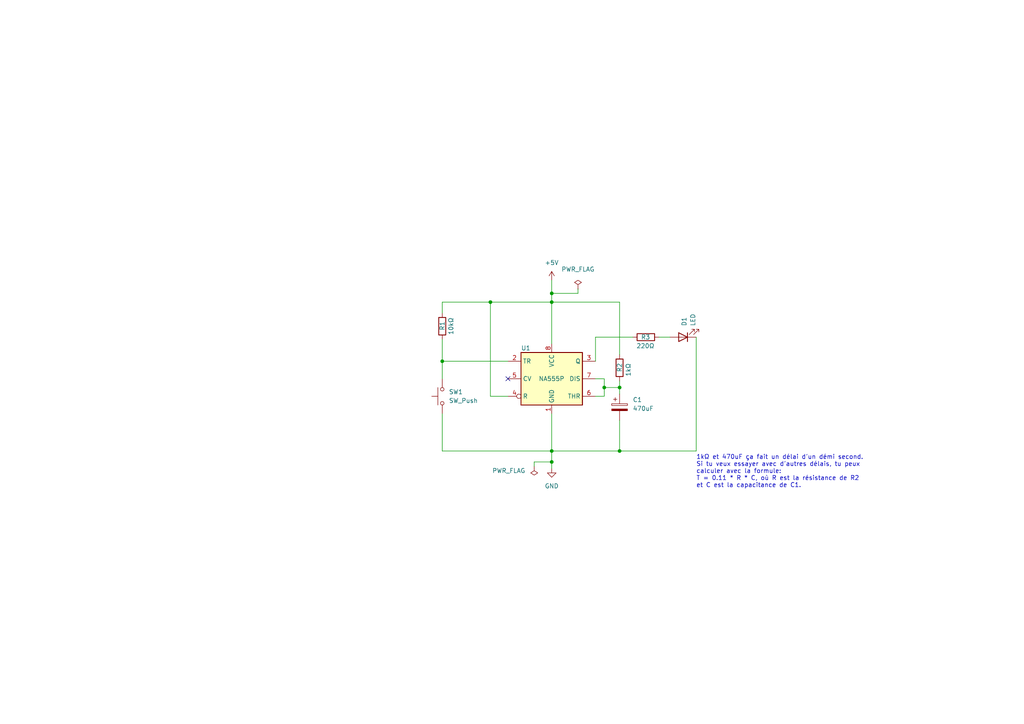
<source format=kicad_sch>
(kicad_sch (version 20211123) (generator eeschema)
  (paper "A4")
  (lib_symbols
    (symbol "Device:C_Polarized" (pin_numbers hide) (pin_names (offset 0.254))
      (property "Reference" "C" (at 0.635 2.54 0))
      (property "Value" "C_Polarized" (at 0.635 -2.54 0))
      (symbol "C_Polarized_0_1"
        (rectangle (start -2.286 0.508) (end 2.286 1.016))
        (polyline (pts (xy -1.778 2.286) (xy -0.762 2.286)))
        (polyline (pts (xy -1.27 2.794) (xy -1.27 1.778)))
        (rectangle (start 2.286 -0.508) (end -2.286 -1.016) (fill (type outline)))
      )
      (symbol "C_Polarized_1_1"
        (pin passive line (at 0 3.81 270) (length 2.794) (name "~") (number "1"))
        (pin passive line (at 0 -3.81 90) (length 2.794) (name "~") (number "2"))
      )
    )
    (symbol "Device:LED" (pin_numbers hide) (pin_names (offset 1.016) hide)
      (property "Reference" "D" (at 0 2.54 0))
      (property "Value" "LED" (at 0 -2.54 0))
      (symbol "LED_0_1"
        (polyline (pts (xy -1.27 -1.27) (xy -1.27 1.27)) (stroke (width 0.254)))
        (polyline (pts (xy -1.27 0) (xy 1.27 0)))
        (polyline (pts (xy 1.27 -1.27) (xy 1.27 1.27) (xy -1.27 0) (xy 1.27 -1.27)) (stroke (width 0.254)))
        (polyline (pts (xy -3.048 -0.762) (xy -4.572 -2.286) (xy -3.81 -2.286) (xy -4.572 -2.286) (xy -4.572 -1.524)))
        (polyline (pts (xy -1.778 -0.762) (xy -3.302 -2.286) (xy -2.54 -2.286) (xy -3.302 -2.286) (xy -3.302 -1.524)))
      )
      (symbol "LED_1_1"
        (pin passive line (at -3.81 0 0) (length 2.54) (name "K") (number "1"))
        (pin passive line (at 3.81 0 180) (length 2.54) (name "A") (number "2"))
      )
    )
    (symbol "Device:R" (pin_numbers hide) (pin_names (offset 0))
      (property "Reference" "R" (at 2.032 0 90))
      (property "Value" "R" (at 0 0 90))
      (symbol "R_0_1"
        (rectangle (start -1.016 -2.54) (end 1.016 2.54) (stroke (width 0.254)))
      )
      (symbol "R_1_1"
        (pin passive line (at 0 3.81 270) (length 1.27) (name "~") (number "1"))
        (pin passive line (at 0 -3.81 90) (length 1.27) (name "~") (number "2"))
      )
    )
    (symbol "Switch:SW_Push" (pin_numbers hide) (pin_names (offset 1.016) hide)
      (property "Reference" "SW" (at 1.27 2.54 0))
      (property "Value" "SW_Push" (at 0 -1.524 0))
      (symbol "SW_Push_0_1"
        (circle (center -2.032 0) (radius 0.508))
        (polyline (pts (xy 0 1.27) (xy 0 3.048)))
        (polyline (pts (xy 2.54 1.27) (xy -2.54 1.27)))
        (circle (center 2.032 0) (radius 0.508))
        (pin passive line (at -5.08 0 0) (length 2.54) (name "1") (number "1"))
        (pin passive line (at 5.08 0 180) (length 2.54) (name "2") (number "2"))
      )
    )
    (symbol "Timer:NA555P"
      (property "Reference" "U" (at -10.16 8.89 0))
      (property "Value" "NA555P" (at 2.54 8.89 0))
      (symbol "NA555P_0_0"
        (pin power_in line (at 0 -10.16 90) (length 2.54) (name "GND") (number "1"))
        (pin power_in line (at 0 10.16 270) (length 2.54) (name "VCC") (number "8"))
      )
      (symbol "NA555P_0_1"
        (rectangle (start -8.89 -7.62) (end 8.89 7.62) (stroke (width 0.254)) (fill (type background)))
        (rectangle (start -8.89 -7.62) (end 8.89 7.62) (stroke (width 0.254)) (fill (type background)))
      )
      (symbol "NA555P_1_1"
        (pin input line (at -12.7 5.08 0) (length 3.81) (name "TR") (number "2"))
        (pin output line (at 12.7 5.08 180) (length 3.81) (name "Q") (number "3"))
        (pin input inverted (at -12.7 -5.08 0) (length 3.81) (name "R") (number "4"))
        (pin input line (at -12.7 0 0) (length 3.81) (name "CV") (number "5"))
        (pin input line (at 12.7 -5.08 180) (length 3.81) (name "THR") (number "6"))
        (pin input line (at 12.7 0 180) (length 3.81) (name "DIS") (number "7"))
      )
    )
    (symbol "power:+5V" (power) (pin_names (offset 0))
      (property "Value" "+5V" (at 0 3.556 0))
      (symbol "+5V_0_1"
        (polyline (pts (xy -0.762 1.27) (xy 0 2.54)))
        (polyline (pts (xy 0 0) (xy 0 2.54)))
        (polyline (pts (xy 0 2.54) (xy 0.762 1.27)))
      )
      (symbol "+5V_1_1"
        (pin power_in line (at 0 0 90) (length 0) hide (name "+5V") (number "1"))
      )
    )
    (symbol "power:GND" (power) (pin_names (offset 0))
      (property "Value" "GND" (at 0 -3.81 0))
      (symbol "GND_0_1"
        (polyline (pts (xy 0 0) (xy 0 -1.27) (xy 1.27 -1.27) (xy 0 -2.54) (xy -1.27 -1.27) (xy 0 -1.27)))
      )
      (symbol "GND_1_1"
        (pin power_in line (at 0 0 270) (length 0) hide (name "GND") (number "1"))
      )
    )
    (symbol "power:PWR_FLAG" (power) (pin_numbers hide) (pin_names (offset 0) hide)
      (property "Value" "PWR_FLAG" (at 0 3.81 0))
      (symbol "PWR_FLAG_0_0"
        (pin power_out line (at 0 0 90) (length 0) (name "pwr") (number "1"))
      )
      (symbol "PWR_FLAG_0_1"
        (polyline (pts (xy 0 0) (xy 0 1.27) (xy -1.016 1.905) (xy 0 2.54) (xy 1.016 1.905) (xy 0 1.27)))
      )
    )
  )
  (junction (at 142.24 87.63))
  (junction (at 160.02 87.63))
  (junction (at 160.02 85.09))
  (junction (at 160.02 133.985))
  (junction (at 179.705 112.395))
  (junction (at 179.705 130.81))
  (junction (at 175.26 112.395))
  (junction (at 128.27 104.775))
  (junction (at 160.02 130.81))
  (no_connect (at 147.32 109.855))
  (wire (pts (xy 167.64 83.82) (xy 167.64 85.09)))
  (wire (pts (xy 128.27 104.775) (xy 147.32 104.775)))
  (wire (pts (xy 160.02 120.015) (xy 160.02 130.81)))
  (wire (pts (xy 128.27 87.63) (xy 128.27 90.805)))
  (wire (pts (xy 128.27 120.015) (xy 128.27 130.81)))
  (wire (pts (xy 142.24 87.63) (xy 160.02 87.63)))
  (wire (pts (xy 172.72 114.935) (xy 175.26 114.935)))
  (wire (pts (xy 154.94 135.255) (xy 154.94 133.985)))
  (wire (pts (xy 172.72 97.79) (xy 172.72 104.775)))
  (wire (pts (xy 175.26 109.855) (xy 175.26 112.395)))
  (wire (pts (xy 179.705 121.92) (xy 179.705 130.81)))
  (wire (pts (xy 179.705 102.87) (xy 179.705 87.63)))
  (wire (pts (xy 154.94 133.985) (xy 160.02 133.985)))
  (wire (pts (xy 160.02 130.81) (xy 179.705 130.81)))
  (wire (pts (xy 175.26 112.395) (xy 175.26 114.935)))
  (wire (pts (xy 160.02 85.09) (xy 167.64 85.09)))
  (wire (pts (xy 160.02 85.09) (xy 160.02 87.63)))
  (wire (pts (xy 160.02 133.985) (xy 160.02 135.89)))
  (wire (pts (xy 128.27 104.775) (xy 128.27 109.855)))
  (wire (pts (xy 183.515 97.79) (xy 172.72 97.79)))
  (wire (pts (xy 179.705 130.81) (xy 201.93 130.81)))
  (wire (pts (xy 179.705 110.49) (xy 179.705 112.395)))
  (wire (pts (xy 172.72 109.855) (xy 175.26 109.855)))
  (wire (pts (xy 160.02 87.63) (xy 179.705 87.63)))
  (wire (pts (xy 201.93 97.79) (xy 201.93 130.81)))
  (wire (pts (xy 191.135 97.79) (xy 194.31 97.79)))
  (wire (pts (xy 175.26 112.395) (xy 179.705 112.395)))
  (wire (pts (xy 147.32 114.935) (xy 142.24 114.935)))
  (wire (pts (xy 128.27 98.425) (xy 128.27 104.775)))
  (wire (pts (xy 160.02 87.63) (xy 160.02 99.695)))
  (wire (pts (xy 128.27 87.63) (xy 142.24 87.63)))
  (wire (pts (xy 179.705 112.395) (xy 179.705 114.3)))
  (wire (pts (xy 142.24 114.935) (xy 142.24 87.63)))
  (wire (pts (xy 160.02 81.28) (xy 160.02 85.09)))
  (wire (pts (xy 128.27 130.81) (xy 160.02 130.81)))
  (wire (pts (xy 160.02 130.81) (xy 160.02 133.985)))
  (text "1kΩ et 470uF ça fait un délai d'un démi second.\nSi tu veux essayer avec d'autres délais, tu peux\ncalculer avec la formule:  \nT = 0.11 * R * C, où R est la résistance de R2 \net C est la capacitance de C1. " (at 201.93 141.605 0) (effects (font (size 1.27 1.27)) (justify left bottom)))
  (symbol (lib_id "Device:R") (at 179.705 106.68 0) (unit 1)
    (property "Reference" "R2" (at 179.705 107.95 90) (effects (justify left)))
    (property "Value" "1kΩ" (at 182.245 109.22 90) (effects (justify left)))
    (property "Footprint" "Resistor_THT:R_Axial_DIN0207_L6.3mm_D2.5mm_P7.62mm_Horizontal" (effects hide))
  )
  (symbol (lib_id "Device:R") (at 128.27 94.615 0) (unit 1)
    (property "Reference" "R1" (at 128.27 95.885 90) (effects (justify left)))
    (property "Value" "10kΩ" (at 130.81 97.155 90) (effects (justify left)))
    (property "Footprint" "Resistor_THT:R_Axial_DIN0207_L6.3mm_D2.5mm_P7.62mm_Horizontal" (effects hide))
  )
  (symbol (lib_id "Timer:NA555P") (at 160.02 109.855 0) (unit 1)
    (property "Reference" "U1" (at 151.13 100.965 0) (effects (justify left)))
    (property "Value" "NA555P" (at 156.21 109.855 0) (effects (justify left)))
    (property "Footprint" "Package_SO:SOIC-8_3.9x4.9mm_P1.27mm" (effects hide))
    (property "Datasheet" "http://www.ti.com/lit/ds/symlink/ne555.pdf" (effects hide))
  )
  (symbol (lib_id "power:+5V") (at 160.02 81.28 0) (unit 1)
    (property "Reference" "#PWR01" (effects hide))
    (property "Value" "+5V" (at 160.02 76.2 0))
  )
  (symbol (lib_id "power:PWR_FLAG") (at 154.94 135.255 0) (mirror x) (unit 1)
    (property "Reference" "#FLG0102" (effects hide))
    (property "Value" "PWR_FLAG" (at 152.4 136.5249 0) (effects (justify right)))
  )
  (symbol (lib_id "power:GND") (at 160.02 135.89 0) (unit 1)
    (property "Reference" "#PWR02" (effects hide))
    (property "Value" "GND" (at 160.02 140.97 0))
  )
  (symbol (lib_id "Switch:SW_Push") (at 128.27 114.935 90) (unit 1)
    (property "Reference" "SW1" (at 130.175 113.6649 90) (effects (justify right)))
    (property "Value" "SW_Push" (at 130.175 116.2049 90) (effects (justify right)))
    (property "Footprint" "Button_Switch_THT:SW_Tactile_Straight_KSL0Axx1LFTR" (effects hide))
  )
  (symbol (lib_id "Device:C_Polarized") (at 179.705 118.11 0) (unit 1)
    (property "Reference" "C1" (at 183.515 115.9509 0) (effects (justify left)))
    (property "Value" "470uF" (at 183.515 118.4909 0) (effects (justify left)))
    (property "Footprint" "Capacitor_THT:CP_Radial_D10.0mm_P2.50mm" (effects hide))
  )
  (symbol (lib_id "Device:R") (at 187.325 97.79 90) (unit 1)
    (property "Reference" "R3" (at 188.595 97.79 90) (effects (justify left)))
    (property "Value" "220Ω" (at 189.865 100.33 90) (effects (justify left)))
    (property "Footprint" "Resistor_THT:R_Axial_DIN0207_L6.3mm_D2.5mm_P7.62mm_Horizontal" (effects hide))
  )
  (symbol (lib_id "power:PWR_FLAG") (at 167.64 83.82 0) (unit 1)
    (property "Reference" "#FLG0101" (effects hide))
    (property "Value" "PWR_FLAG" (at 167.64 78.105 0))
  )
  (symbol (lib_id "Device:LED") (at 198.12 97.79 180) (unit 1)
    (property "Reference" "D1" (at 198.4374 94.615 90) (effects (justify right)))
    (property "Value" "LED" (at 200.9774 94.615 90) (effects (justify right)))
    (property "Footprint" "LED_THT:LED_D3.0mm_Clear" (effects hide))
  )
)
</source>
